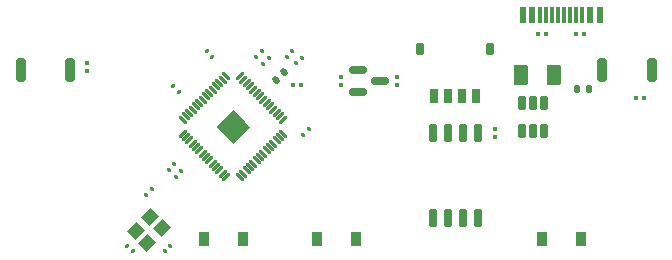
<source format=gbr>
%TF.GenerationSoftware,KiCad,Pcbnew,(7.0.0)*%
%TF.CreationDate,2023-03-18T12:34:52-05:00*%
%TF.ProjectId,Piggyback_2_0,50696767-7962-4616-936b-5f325f302e6b,rev?*%
%TF.SameCoordinates,Original*%
%TF.FileFunction,Paste,Bot*%
%TF.FilePolarity,Positive*%
%FSLAX46Y46*%
G04 Gerber Fmt 4.6, Leading zero omitted, Abs format (unit mm)*
G04 Created by KiCad (PCBNEW (7.0.0)) date 2023-03-18 12:34:52*
%MOMM*%
%LPD*%
G01*
G04 APERTURE LIST*
G04 Aperture macros list*
%AMRoundRect*
0 Rectangle with rounded corners*
0 $1 Rounding radius*
0 $2 $3 $4 $5 $6 $7 $8 $9 X,Y pos of 4 corners*
0 Add a 4 corners polygon primitive as box body*
4,1,4,$2,$3,$4,$5,$6,$7,$8,$9,$2,$3,0*
0 Add four circle primitives for the rounded corners*
1,1,$1+$1,$2,$3*
1,1,$1+$1,$4,$5*
1,1,$1+$1,$6,$7*
1,1,$1+$1,$8,$9*
0 Add four rect primitives between the rounded corners*
20,1,$1+$1,$2,$3,$4,$5,0*
20,1,$1+$1,$4,$5,$6,$7,0*
20,1,$1+$1,$6,$7,$8,$9,0*
20,1,$1+$1,$8,$9,$2,$3,0*%
%AMRotRect*
0 Rectangle, with rotation*
0 The origin of the aperture is its center*
0 $1 length*
0 $2 width*
0 $3 Rotation angle, in degrees counterclockwise*
0 Add horizontal line*
21,1,$1,$2,0,0,$3*%
G04 Aperture macros list end*
%ADD10C,0.010000*%
%ADD11RoundRect,0.200000X-0.200000X-0.800000X0.200000X-0.800000X0.200000X0.800000X-0.200000X0.800000X0*%
%ADD12RoundRect,0.079500X-0.079500X-0.100500X0.079500X-0.100500X0.079500X0.100500X-0.079500X0.100500X0*%
%ADD13RotRect,1.150000X1.000000X45.000000*%
%ADD14RoundRect,0.079500X-0.014849X0.127279X-0.127279X0.014849X0.014849X-0.127279X0.127279X-0.014849X0*%
%ADD15RoundRect,0.079500X0.100500X-0.079500X0.100500X0.079500X-0.100500X0.079500X-0.100500X-0.079500X0*%
%ADD16RoundRect,0.079500X0.014849X-0.127279X0.127279X-0.014849X-0.014849X0.127279X-0.127279X0.014849X0*%
%ADD17RoundRect,0.150000X-0.587500X-0.150000X0.587500X-0.150000X0.587500X0.150000X-0.587500X0.150000X0*%
%ADD18RoundRect,0.135000X-0.135000X-0.185000X0.135000X-0.185000X0.135000X0.185000X-0.135000X0.185000X0*%
%ADD19RoundRect,0.125000X-0.250000X-0.475000X0.250000X-0.475000X0.250000X0.475000X-0.250000X0.475000X0*%
%ADD20RoundRect,0.100000X-0.250000X-0.400000X0.250000X-0.400000X0.250000X0.400000X-0.250000X0.400000X0*%
%ADD21R,0.600000X1.450000*%
%ADD22R,0.300000X1.450000*%
%ADD23RoundRect,0.079500X0.127279X0.014849X0.014849X0.127279X-0.127279X-0.014849X-0.014849X-0.127279X0*%
%ADD24R,0.900000X1.200000*%
%ADD25RoundRect,0.079500X-0.100500X0.079500X-0.100500X-0.079500X0.100500X-0.079500X0.100500X0.079500X0*%
%ADD26RoundRect,0.150000X0.150000X-0.650000X0.150000X0.650000X-0.150000X0.650000X-0.150000X-0.650000X0*%
%ADD27RoundRect,0.006000X0.359210X-0.226274X-0.226274X0.359210X-0.359210X0.226274X0.226274X-0.359210X0*%
%ADD28RoundRect,0.020000X0.339411X0.226274X0.226274X0.339411X-0.339411X-0.226274X-0.226274X-0.339411X0*%
%ADD29RoundRect,0.250000X0.375000X0.625000X-0.375000X0.625000X-0.375000X-0.625000X0.375000X-0.625000X0*%
%ADD30RoundRect,0.150000X0.150000X-0.475000X0.150000X0.475000X-0.150000X0.475000X-0.150000X-0.475000X0*%
%ADD31RoundRect,0.079500X0.079500X0.100500X-0.079500X0.100500X-0.079500X-0.100500X0.079500X-0.100500X0*%
%ADD32RoundRect,0.140000X0.021213X-0.219203X0.219203X-0.021213X-0.021213X0.219203X-0.219203X0.021213X0*%
G04 APERTURE END LIST*
%TO.C,U1*%
G36*
X101398429Y-80962500D02*
G01*
X100012500Y-82348429D01*
X98626571Y-80962500D01*
X100012500Y-79576571D01*
X101398429Y-80962500D01*
G37*
D10*
X101398429Y-80962500D02*
X100012500Y-82348429D01*
X98626571Y-80962500D01*
X100012500Y-79576571D01*
X101398429Y-80962500D01*
%TD*%
D11*
%TO.C,SWR1*%
X82037500Y-76200000D03*
X86237500Y-76200000D03*
%TD*%
%TO.C,SWR2*%
X131250000Y-76200000D03*
X135450000Y-76200000D03*
%TD*%
D12*
%TO.C,R8*%
X134785456Y-78499872D03*
X134095456Y-78499872D03*
%TD*%
D13*
%TO.C,Y1*%
X91755056Y-89817493D03*
X92992493Y-88580056D03*
X93982442Y-89570005D03*
X92745005Y-90807442D03*
%TD*%
D14*
%TO.C,C8*%
X94556048Y-84643952D03*
X95043952Y-84156048D03*
%TD*%
D15*
%TO.C,R3*%
X87670560Y-76233957D03*
X87670560Y-75543957D03*
%TD*%
D16*
%TO.C,C5*%
X103043952Y-75162298D03*
X102556048Y-75650202D03*
%TD*%
%TO.C,R4*%
X105043952Y-74556048D03*
X104556048Y-75043952D03*
%TD*%
D17*
%TO.C,U2*%
X110556434Y-78068198D03*
X110556434Y-76168198D03*
X112431434Y-77118198D03*
%TD*%
D18*
%TO.C,R7*%
X129155000Y-77761833D03*
X130175000Y-77761833D03*
%TD*%
D16*
%TO.C,R6*%
X93112702Y-86274798D03*
X92624798Y-86762702D03*
%TD*%
D19*
%TO.C,EZ1*%
X117012500Y-78362500D03*
D20*
X121762500Y-74362500D03*
D19*
X118212500Y-78362500D03*
X119412500Y-78362500D03*
D20*
X115862500Y-74362500D03*
D19*
X120612500Y-78362500D03*
%TD*%
D15*
%TO.C,C16*%
X122233397Y-81148692D03*
X122233397Y-81838692D03*
%TD*%
D21*
%TO.C,J3*%
X124543749Y-71513749D03*
X125343749Y-71513749D03*
D22*
X126543749Y-71513749D03*
X127543749Y-71513749D03*
X128043749Y-71513749D03*
X129043749Y-71513749D03*
D21*
X130243749Y-71513749D03*
X131043749Y-71513749D03*
X131043749Y-71513749D03*
X130243749Y-71513749D03*
D22*
X129543749Y-71513749D03*
X128543749Y-71513749D03*
X127043749Y-71513749D03*
X126043749Y-71513749D03*
D21*
X125343749Y-71513749D03*
X124543749Y-71513749D03*
%TD*%
D23*
%TO.C,C6*%
X91037298Y-91037298D03*
X91525202Y-91525202D03*
%TD*%
D24*
%TO.C,D1*%
X100868749Y-90487499D03*
X97568749Y-90487499D03*
%TD*%
%TO.C,D2*%
X110393749Y-90487499D03*
X107093749Y-90487499D03*
%TD*%
D25*
%TO.C,C2*%
X109112684Y-76773198D03*
X109112684Y-77463198D03*
%TD*%
D24*
%TO.C,D3*%
X129443749Y-90487499D03*
X126143749Y-90487499D03*
%TD*%
D26*
%TO.C,U4*%
X120779126Y-88728552D03*
X119509126Y-88728552D03*
X118239126Y-88728552D03*
X116969126Y-88728552D03*
X116969126Y-81528552D03*
X118239126Y-81528552D03*
X119509126Y-81528552D03*
X120779126Y-81528552D03*
%TD*%
D27*
%TO.C,U1*%
X104279889Y-81552934D03*
X103997047Y-81835777D03*
X103714204Y-82118620D03*
X103431361Y-82401462D03*
X103148519Y-82684305D03*
X102865676Y-82967148D03*
X102582833Y-83249990D03*
X102299990Y-83532833D03*
X102017148Y-83815676D03*
X101734305Y-84098519D03*
X101451462Y-84381361D03*
X101168620Y-84664204D03*
X100885777Y-84947047D03*
X100602934Y-85229889D03*
D28*
X99422066Y-85229889D03*
X99139223Y-84947047D03*
X98856380Y-84664204D03*
X98573538Y-84381361D03*
X98290695Y-84098519D03*
X98007852Y-83815676D03*
X97725010Y-83532833D03*
X97442167Y-83249990D03*
X97159324Y-82967148D03*
X96876481Y-82684305D03*
X96593639Y-82401462D03*
X96310796Y-82118620D03*
X96027953Y-81835777D03*
X95745111Y-81552934D03*
D27*
X95745111Y-80372066D03*
X96027953Y-80089223D03*
X96310796Y-79806380D03*
X96593639Y-79523538D03*
X96876481Y-79240695D03*
X97159324Y-78957852D03*
X97442167Y-78675010D03*
X97725010Y-78392167D03*
X98007852Y-78109324D03*
X98290695Y-77826481D03*
X98573538Y-77543639D03*
X98856380Y-77260796D03*
X99139223Y-76977953D03*
X99422066Y-76695111D03*
D28*
X100602934Y-76695111D03*
X100885777Y-76977953D03*
X101168620Y-77260796D03*
X101451462Y-77543639D03*
X101734305Y-77826481D03*
X102017148Y-78109324D03*
X102299990Y-78392167D03*
X102582833Y-78675010D03*
X102865676Y-78957852D03*
X103148519Y-79240695D03*
X103431361Y-79523538D03*
X103714204Y-79806380D03*
X103997047Y-80089223D03*
X104279889Y-80372066D03*
%TD*%
D23*
%TO.C,C10*%
X95443952Y-78043952D03*
X94956048Y-77556048D03*
%TD*%
D16*
%TO.C,C3*%
X102443952Y-74556048D03*
X101956048Y-75043952D03*
%TD*%
D29*
%TO.C,F1*%
X127212500Y-76562500D03*
X124412500Y-76562500D03*
%TD*%
D25*
%TO.C,C1*%
X113875184Y-76773198D03*
X113875184Y-77463198D03*
%TD*%
D12*
%TO.C,C7*%
X105055000Y-77400000D03*
X105745000Y-77400000D03*
%TD*%
D14*
%TO.C,C15*%
X94212298Y-91525202D03*
X94700202Y-91037298D03*
%TD*%
D16*
%TO.C,R5*%
X105368548Y-75606452D03*
X105856452Y-75118548D03*
%TD*%
D12*
%TO.C,R1*%
X125861250Y-73125000D03*
X126551250Y-73125000D03*
%TD*%
D16*
%TO.C,C12*%
X105956048Y-81643952D03*
X106443952Y-81156048D03*
%TD*%
D30*
%TO.C,U3*%
X126362500Y-81293198D03*
X125412500Y-81293198D03*
X124462500Y-81293198D03*
X124462500Y-78943198D03*
X125412500Y-78943198D03*
X126362500Y-78943198D03*
%TD*%
D31*
%TO.C,R2*%
X129726250Y-73125000D03*
X129036250Y-73125000D03*
%TD*%
D32*
%TO.C,C4*%
X103660589Y-77057609D03*
X104339411Y-76378787D03*
%TD*%
D14*
%TO.C,C9*%
X95643952Y-84756048D03*
X95156048Y-85243952D03*
%TD*%
D23*
%TO.C,C11*%
X97768548Y-74556048D03*
X98256452Y-75043952D03*
%TD*%
M02*

</source>
